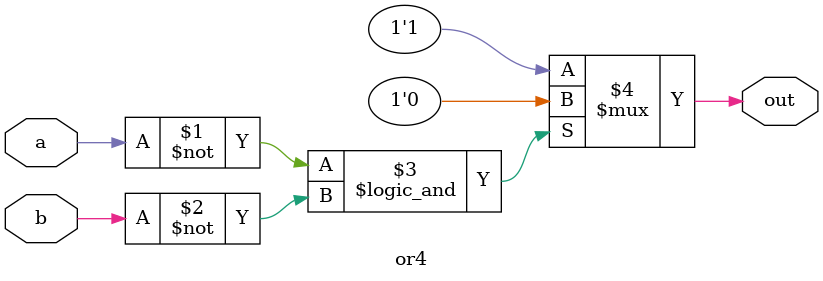
<source format=v>
module or4 (
  input a,
  input b,
  output out
);

  assign out = (a == 1'b0 && b == 1'b0) ? 1'b0 : 1'b1; // Check both bits are low

endmodule

</source>
